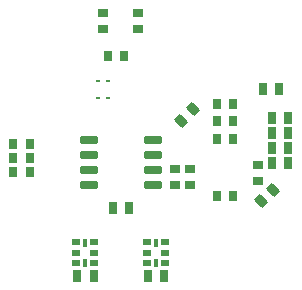
<source format=gbp>
G04*
G04 #@! TF.GenerationSoftware,Altium Limited,Altium Designer,25.1.2 (22)*
G04*
G04 Layer_Color=128*
%FSLAX43Y43*%
%MOMM*%
G71*
G04*
G04 #@! TF.SameCoordinates,5C5EE618-6C2C-4297-BA5D-AA3BB8D6849B*
G04*
G04*
G04 #@! TF.FilePolarity,Positive*
G04*
G01*
G75*
G04:AMPARAMS|DCode=17|XSize=0.7mm|YSize=0.9mm|CornerRadius=0.07mm|HoleSize=0mm|Usage=FLASHONLY|Rotation=180.000|XOffset=0mm|YOffset=0mm|HoleType=Round|Shape=RoundedRectangle|*
%AMROUNDEDRECTD17*
21,1,0.700,0.760,0,0,180.0*
21,1,0.560,0.900,0,0,180.0*
1,1,0.140,-0.280,0.380*
1,1,0.140,0.280,0.380*
1,1,0.140,0.280,-0.380*
1,1,0.140,-0.280,-0.380*
%
%ADD17ROUNDEDRECTD17*%
G04:AMPARAMS|DCode=18|XSize=0.3mm|YSize=0.7mm|CornerRadius=0.03mm|HoleSize=0mm|Usage=FLASHONLY|Rotation=180.000|XOffset=0mm|YOffset=0mm|HoleType=Round|Shape=RoundedRectangle|*
%AMROUNDEDRECTD18*
21,1,0.300,0.640,0,0,180.0*
21,1,0.240,0.700,0,0,180.0*
1,1,0.060,-0.120,0.320*
1,1,0.060,0.120,0.320*
1,1,0.060,0.120,-0.320*
1,1,0.060,-0.120,-0.320*
%
%ADD18ROUNDEDRECTD18*%
G04:AMPARAMS|DCode=25|XSize=0.75mm|YSize=0.96mm|CornerRadius=0.075mm|HoleSize=0mm|Usage=FLASHONLY|Rotation=0.000|XOffset=0mm|YOffset=0mm|HoleType=Round|Shape=RoundedRectangle|*
%AMROUNDEDRECTD25*
21,1,0.750,0.810,0,0,0.0*
21,1,0.600,0.960,0,0,0.0*
1,1,0.150,0.300,-0.405*
1,1,0.150,-0.300,-0.405*
1,1,0.150,-0.300,0.405*
1,1,0.150,0.300,0.405*
%
%ADD25ROUNDEDRECTD25*%
G04:AMPARAMS|DCode=60|XSize=0.7mm|YSize=0.9mm|CornerRadius=0.07mm|HoleSize=0mm|Usage=FLASHONLY|Rotation=90.000|XOffset=0mm|YOffset=0mm|HoleType=Round|Shape=RoundedRectangle|*
%AMROUNDEDRECTD60*
21,1,0.700,0.760,0,0,90.0*
21,1,0.560,0.900,0,0,90.0*
1,1,0.140,0.380,0.280*
1,1,0.140,0.380,-0.280*
1,1,0.140,-0.380,-0.280*
1,1,0.140,-0.380,0.280*
%
%ADD60ROUNDEDRECTD60*%
G04:AMPARAMS|DCode=61|XSize=0.75mm|YSize=0.96mm|CornerRadius=0.075mm|HoleSize=0mm|Usage=FLASHONLY|Rotation=45.000|XOffset=0mm|YOffset=0mm|HoleType=Round|Shape=RoundedRectangle|*
%AMROUNDEDRECTD61*
21,1,0.750,0.810,0,0,45.0*
21,1,0.600,0.960,0,0,45.0*
1,1,0.150,0.499,-0.074*
1,1,0.150,0.074,-0.499*
1,1,0.150,-0.499,0.074*
1,1,0.150,-0.074,0.499*
%
%ADD61ROUNDEDRECTD61*%
%ADD62R,0.360X0.250*%
G04:AMPARAMS|DCode=63|XSize=0.7mm|YSize=0.55mm|CornerRadius=0.055mm|HoleSize=0mm|Usage=FLASHONLY|Rotation=180.000|XOffset=0mm|YOffset=0mm|HoleType=Round|Shape=RoundedRectangle|*
%AMROUNDEDRECTD63*
21,1,0.700,0.440,0,0,180.0*
21,1,0.590,0.550,0,0,180.0*
1,1,0.110,-0.295,0.220*
1,1,0.110,0.295,0.220*
1,1,0.110,0.295,-0.220*
1,1,0.110,-0.295,-0.220*
%
%ADD63ROUNDEDRECTD63*%
G04:AMPARAMS|DCode=64|XSize=0.6mm|YSize=1.5mm|CornerRadius=0.06mm|HoleSize=0mm|Usage=FLASHONLY|Rotation=270.000|XOffset=0mm|YOffset=0mm|HoleType=Round|Shape=RoundedRectangle|*
%AMROUNDEDRECTD64*
21,1,0.600,1.380,0,0,270.0*
21,1,0.480,1.500,0,0,270.0*
1,1,0.120,-0.690,-0.240*
1,1,0.120,-0.690,0.240*
1,1,0.120,0.690,0.240*
1,1,0.120,0.690,-0.240*
%
%ADD64ROUNDEDRECTD64*%
D17*
X9485Y-2800D02*
D03*
X8115D02*
D03*
X285Y9000D02*
D03*
X-1085D02*
D03*
X9485Y3500D02*
D03*
X8115D02*
D03*
X9485Y5000D02*
D03*
X8115Y5000D02*
D03*
X-9085Y-800D02*
D03*
X-7715Y-800D02*
D03*
X-9085Y400D02*
D03*
X-7715D02*
D03*
X-9085Y1600D02*
D03*
X-7715Y1600D02*
D03*
X9485Y2000D02*
D03*
X8115D02*
D03*
D18*
X3000Y-6812D02*
D03*
Y-8462D02*
D03*
X-3000Y-6812D02*
D03*
Y-8462D02*
D03*
D25*
X13400Y6200D02*
D03*
X12000D02*
D03*
X12800Y0D02*
D03*
X14200D02*
D03*
Y3750D02*
D03*
X12800D02*
D03*
X14200Y2500D02*
D03*
X12800D02*
D03*
X14200Y1250D02*
D03*
X12800Y1250D02*
D03*
X700Y-3810D02*
D03*
X-700D02*
D03*
X-2300Y-9637D02*
D03*
X-3700D02*
D03*
X3700D02*
D03*
X2300D02*
D03*
D60*
X11600Y-215D02*
D03*
Y-1585D02*
D03*
X-1500Y12685D02*
D03*
Y11315D02*
D03*
X1500Y12685D02*
D03*
Y11315D02*
D03*
X4600Y-515D02*
D03*
Y-1885D02*
D03*
X5900Y-515D02*
D03*
Y-1885D02*
D03*
D61*
X12895Y-2305D02*
D03*
X11905Y-3295D02*
D03*
X5105Y3505D02*
D03*
X6095Y4495D02*
D03*
D62*
X-1080Y6900D02*
D03*
X-1920D02*
D03*
X-1080Y5500D02*
D03*
X-1920D02*
D03*
D63*
X3750Y-7637D02*
D03*
X3750Y-6737D02*
D03*
X2250D02*
D03*
Y-7637D02*
D03*
Y-8537D02*
D03*
X3750D02*
D03*
X-2250Y-7637D02*
D03*
X-2250Y-6737D02*
D03*
X-3750D02*
D03*
Y-7637D02*
D03*
Y-8537D02*
D03*
X-2250D02*
D03*
D64*
X-2700Y-1905D02*
D03*
Y-635D02*
D03*
Y635D02*
D03*
Y1905D02*
D03*
X2700Y-1905D02*
D03*
Y-635D02*
D03*
Y635D02*
D03*
Y1905D02*
D03*
M02*

</source>
